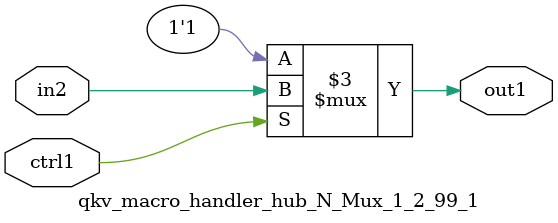
<source format=v>

`timescale 1ps / 1ps


module qkv_macro_handler_hub_N_Mux_1_2_99_1( in2, ctrl1, out1 );

    input in2;
    input ctrl1;
    output out1;
    reg out1;

    
    // rtl_process:qkv_macro_handler_hub_N_Mux_1_2_99_1/qkv_macro_handler_hub_N_Mux_1_2_99_1_thread_1
    always @*
      begin : qkv_macro_handler_hub_N_Mux_1_2_99_1_thread_1
        case (ctrl1) 
          1'b1: 
            begin
              out1 = in2;
            end
          default: 
            begin
              out1 = 1'b1;
            end
        endcase
      end

endmodule



</source>
